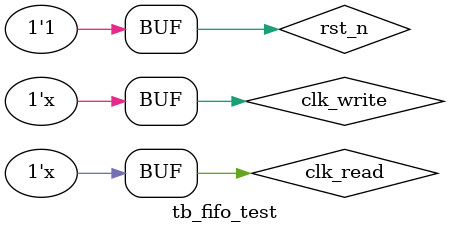
<source format=v>

`timescale 1ns/1ns


module tb_fifo_test();
    reg                           rst_n         ;
	reg                           clk_write     ;
    reg                           clk_read      ;
	reg                           write         ;
    reg                           read          ;
	reg   [DATA_WIDTH-1:0]        data_write    ;
	wire  [DATA_WIDTH-1:0]        data_read     ;
	wire                          full          ;
    wire                          empty         ;
	wire   [FIFO_DEPTH_WIDTH-1:0] data_count_w  ;
    wire   [FIFO_DEPTH_WIDTH-1:0] data_count_r  ;
    
    
parameter   DATA_WIDTH       = 5'd8;
parameter   FIFO_DEPTH_WIDTH = 5'd8; 
    
    
initial begin
    clk_write = 1'b0;
    clk_read = 1'b0;
    rst_n <= 1'b0;
    #40;
    rst_n <= 1'b1;
end    

always #10 clk_write = ~clk_write;//50M

always #20 clk_read  = ~clk_read;//25M
    
reg [8:0] cnt;  
  
always@(posedge clk_write or negedge rst_n)    
begin
    if(~rst_n)
        cnt <= 9'd0;
    else if(cnt == 'd255)
        cnt <= 9'd0;
    else
        cnt <= cnt + 1'b1;
end
    
always@(posedge clk_write or negedge rst_n)
begin
    if(~rst_n)
        data_write <= 'd0;
    else
        data_write <= cnt;
end

always@(posedge clk_write or negedge rst_n)
begin
    if(~rst_n)
        write <= 1'b0;
    else if(cnt == 'd255)
         write <= 1'b0;
    else if(cnt == 'd1)
         write <= 1'b1;
    else
        write <= write; 
end


always@(posedge clk_write or negedge rst_n)
begin
    if(~rst_n)
        read <= 1'b0;
    else if(cnt == 'd100)
        read <= 1'b1;
    else
        read <= read;
end




asyn_fifo
#(
    .DATA_WIDTH       (DATA_WIDTH) ,
    .FIFO_DEPTH_WIDTH (FIFO_DEPTH_WIDTH)
)
asyn_fifo_inst2
(
    .rst_n         (rst_n       )  ,
    .clk_write     (clk_write   )  ,
    .clk_read      (clk_read    )  , 
    .write         (write       )  ,
    .read          (read        )  , 
    .data_write    (data_write  )  ,
    .data_read     (data_read   )  ,
    .full          (full        )  ,
    .empty         (empty       )  , 
    .data_count_w  (data_count_w)  ,
    .data_count_r  (data_count_r)
);
	 


endmodule



</source>
